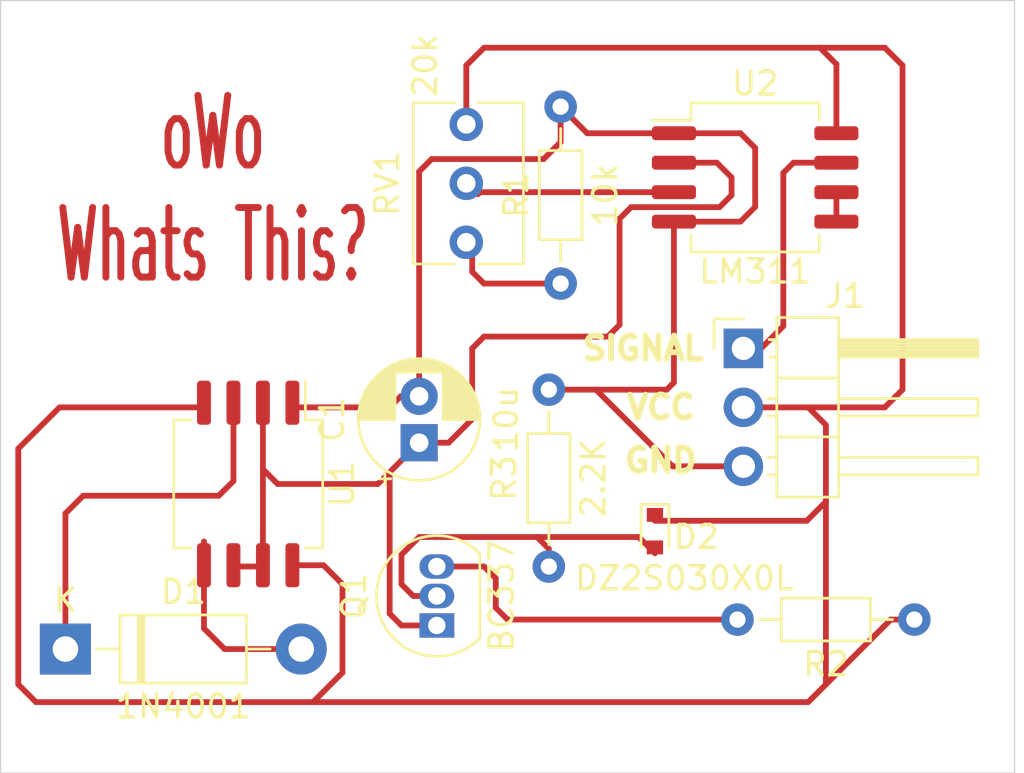
<source format=kicad_pcb>
(kicad_pcb (version 20171130) (host pcbnew "(5.1.6)-1")

  (general
    (thickness 1.6)
    (drawings 8)
    (tracks 110)
    (zones 0)
    (modules 11)
    (nets 12)
  )

  (page A4)
  (layers
    (0 F.Cu signal)
    (31 B.Cu signal)
    (32 B.Adhes user)
    (33 F.Adhes user)
    (34 B.Paste user)
    (35 F.Paste user)
    (36 B.SilkS user)
    (37 F.SilkS user)
    (38 B.Mask user)
    (39 F.Mask user)
    (40 Dwgs.User user)
    (41 Cmts.User user)
    (42 Eco1.User user)
    (43 Eco2.User user)
    (44 Edge.Cuts user)
    (45 Margin user)
    (46 B.CrtYd user)
    (47 F.CrtYd user)
    (48 B.Fab user)
    (49 F.Fab user)
  )

  (setup
    (last_trace_width 0.25)
    (trace_clearance 0.2)
    (zone_clearance 0.508)
    (zone_45_only no)
    (trace_min 0.2)
    (via_size 0.8)
    (via_drill 0.4)
    (via_min_size 0.4)
    (via_min_drill 0.3)
    (uvia_size 0.3)
    (uvia_drill 0.1)
    (uvias_allowed no)
    (uvia_min_size 0.2)
    (uvia_min_drill 0.1)
    (edge_width 0.05)
    (segment_width 0.2)
    (pcb_text_width 0.3)
    (pcb_text_size 1.5 1.5)
    (mod_edge_width 0.12)
    (mod_text_size 1 1)
    (mod_text_width 0.15)
    (pad_size 1.524 1.524)
    (pad_drill 0.762)
    (pad_to_mask_clearance 0.05)
    (aux_axis_origin 0 0)
    (visible_elements FFFFFF7F)
    (pcbplotparams
      (layerselection 0x010fc_ffffffff)
      (usegerberextensions false)
      (usegerberattributes true)
      (usegerberadvancedattributes true)
      (creategerberjobfile true)
      (excludeedgelayer true)
      (linewidth 0.100000)
      (plotframeref false)
      (viasonmask false)
      (mode 1)
      (useauxorigin false)
      (hpglpennumber 1)
      (hpglpenspeed 20)
      (hpglpendiameter 15.000000)
      (psnegative false)
      (psa4output false)
      (plotreference true)
      (plotvalue true)
      (plotinvisibletext false)
      (padsonsilk false)
      (subtractmaskfromsilk false)
      (outputformat 1)
      (mirror false)
      (drillshape 1)
      (scaleselection 1)
      (outputdirectory ""))
  )

  (net 0 "")
  (net 1 GND)
  (net 2 "Net-(C1-Pad1)")
  (net 3 "Net-(D1-Pad2)")
  (net 4 "Net-(D1-Pad1)")
  (net 5 VCC)
  (net 6 "Net-(D2-Pad2)")
  (net 7 "Net-(J1-Pad1)")
  (net 8 "Net-(Q1-Pad3)")
  (net 9 "Net-(R1-Pad1)")
  (net 10 "Net-(RV1-Pad2)")
  (net 11 "Net-(U2-Pad5)")

  (net_class Default "This is the default net class."
    (clearance 0.2)
    (trace_width 0.25)
    (via_dia 0.8)
    (via_drill 0.4)
    (uvia_dia 0.3)
    (uvia_drill 0.1)
    (add_net GND)
    (add_net "Net-(C1-Pad1)")
    (add_net "Net-(D1-Pad1)")
    (add_net "Net-(D1-Pad2)")
    (add_net "Net-(D2-Pad2)")
    (add_net "Net-(J1-Pad1)")
    (add_net "Net-(Q1-Pad3)")
    (add_net "Net-(R1-Pad1)")
    (add_net "Net-(RV1-Pad2)")
    (add_net "Net-(U2-Pad5)")
    (add_net VCC)
  )

  (module Package_SO:SO-8_5.3x6.2mm_P1.27mm (layer F.Cu) (tedit 5EA5315B) (tstamp 5F675F34)
    (at 155.702 79.502)
    (descr "SO, 8 Pin (https://www.ti.com/lit/ml/msop001a/msop001a.pdf), generated with kicad-footprint-generator ipc_gullwing_generator.py")
    (tags "SO SO")
    (path /5F6859BC)
    (attr smd)
    (fp_text reference U2 (at 0 -4.05) (layer F.SilkS)
      (effects (font (size 1 1) (thickness 0.15)))
    )
    (fp_text value LM311 (at 0 4.05) (layer F.SilkS)
      (effects (font (size 1 1) (thickness 0.15)))
    )
    (fp_text user %R (at 0 0) (layer F.Fab)
      (effects (font (size 1 1) (thickness 0.15)))
    )
    (fp_line (start 0 3.21) (end 2.76 3.21) (layer F.SilkS) (width 0.12))
    (fp_line (start 2.76 3.21) (end 2.76 2.465) (layer F.SilkS) (width 0.12))
    (fp_line (start 0 3.21) (end -2.76 3.21) (layer F.SilkS) (width 0.12))
    (fp_line (start -2.76 3.21) (end -2.76 2.465) (layer F.SilkS) (width 0.12))
    (fp_line (start 0 -3.21) (end 2.76 -3.21) (layer F.SilkS) (width 0.12))
    (fp_line (start 2.76 -3.21) (end 2.76 -2.465) (layer F.SilkS) (width 0.12))
    (fp_line (start 0 -3.21) (end -2.76 -3.21) (layer F.SilkS) (width 0.12))
    (fp_line (start -2.76 -3.21) (end -2.76 -2.465) (layer F.SilkS) (width 0.12))
    (fp_line (start -2.76 -2.465) (end -4.45 -2.465) (layer F.SilkS) (width 0.12))
    (fp_line (start -1.65 -3.1) (end 2.65 -3.1) (layer F.Fab) (width 0.1))
    (fp_line (start 2.65 -3.1) (end 2.65 3.1) (layer F.Fab) (width 0.1))
    (fp_line (start 2.65 3.1) (end -2.65 3.1) (layer F.Fab) (width 0.1))
    (fp_line (start -2.65 3.1) (end -2.65 -2.1) (layer F.Fab) (width 0.1))
    (fp_line (start -2.65 -2.1) (end -1.65 -3.1) (layer F.Fab) (width 0.1))
    (fp_line (start -4.7 -3.35) (end -4.7 3.35) (layer F.CrtYd) (width 0.05))
    (fp_line (start -4.7 3.35) (end 4.7 3.35) (layer F.CrtYd) (width 0.05))
    (fp_line (start 4.7 3.35) (end 4.7 -3.35) (layer F.CrtYd) (width 0.05))
    (fp_line (start 4.7 -3.35) (end -4.7 -3.35) (layer F.CrtYd) (width 0.05))
    (pad 8 smd roundrect (at 3.5 -1.905) (size 1.9 0.6) (layers F.Cu F.Paste F.Mask) (roundrect_rratio 0.25)
      (net 5 VCC))
    (pad 7 smd roundrect (at 3.5 -0.635) (size 1.9 0.6) (layers F.Cu F.Paste F.Mask) (roundrect_rratio 0.25)
      (net 7 "Net-(J1-Pad1)"))
    (pad 6 smd roundrect (at 3.5 0.635) (size 1.9 0.6) (layers F.Cu F.Paste F.Mask) (roundrect_rratio 0.25)
      (net 11 "Net-(U2-Pad5)"))
    (pad 5 smd roundrect (at 3.5 1.905) (size 1.9 0.6) (layers F.Cu F.Paste F.Mask) (roundrect_rratio 0.25)
      (net 11 "Net-(U2-Pad5)"))
    (pad 4 smd roundrect (at -3.5 1.905) (size 1.9 0.6) (layers F.Cu F.Paste F.Mask) (roundrect_rratio 0.25)
      (net 1 GND))
    (pad 3 smd roundrect (at -3.5 0.635) (size 1.9 0.6) (layers F.Cu F.Paste F.Mask) (roundrect_rratio 0.25)
      (net 10 "Net-(RV1-Pad2)"))
    (pad 2 smd roundrect (at -3.5 -0.635) (size 1.9 0.6) (layers F.Cu F.Paste F.Mask) (roundrect_rratio 0.25)
      (net 2 "Net-(C1-Pad1)"))
    (pad 1 smd roundrect (at -3.5 -1.905) (size 1.9 0.6) (layers F.Cu F.Paste F.Mask) (roundrect_rratio 0.25)
      (net 1 GND))
    (model ${KISYS3DMOD}/Package_SO.3dshapes/SO-8_5.3x6.2mm_P1.27mm.wrl
      (at (xyz 0 0 0))
      (scale (xyz 1 1 1))
      (rotate (xyz 0 0 0))
    )
  )

  (module Package_SO:SO-8_5.3x6.2mm_P1.27mm (layer F.Cu) (tedit 5EA5315B) (tstamp 5F675F15)
    (at 133.858 92.71 270)
    (descr "SO, 8 Pin (https://www.ti.com/lit/ml/msop001a/msop001a.pdf), generated with kicad-footprint-generator ipc_gullwing_generator.py")
    (tags "SO SO")
    (path /5F672FF2)
    (attr smd)
    (fp_text reference U1 (at 0 -4.05 90) (layer F.SilkS)
      (effects (font (size 1 1) (thickness 0.15)))
    )
    (fp_text value LM555xM (at 0 4.05 90) (layer F.Fab)
      (effects (font (size 1 1) (thickness 0.15)))
    )
    (fp_text user %R (at 0 0 90) (layer F.Fab)
      (effects (font (size 1 1) (thickness 0.15)))
    )
    (fp_line (start 0 3.21) (end 2.76 3.21) (layer F.SilkS) (width 0.12))
    (fp_line (start 2.76 3.21) (end 2.76 2.465) (layer F.SilkS) (width 0.12))
    (fp_line (start 0 3.21) (end -2.76 3.21) (layer F.SilkS) (width 0.12))
    (fp_line (start -2.76 3.21) (end -2.76 2.465) (layer F.SilkS) (width 0.12))
    (fp_line (start 0 -3.21) (end 2.76 -3.21) (layer F.SilkS) (width 0.12))
    (fp_line (start 2.76 -3.21) (end 2.76 -2.465) (layer F.SilkS) (width 0.12))
    (fp_line (start 0 -3.21) (end -2.76 -3.21) (layer F.SilkS) (width 0.12))
    (fp_line (start -2.76 -3.21) (end -2.76 -2.465) (layer F.SilkS) (width 0.12))
    (fp_line (start -2.76 -2.465) (end -4.45 -2.465) (layer F.SilkS) (width 0.12))
    (fp_line (start -1.65 -3.1) (end 2.65 -3.1) (layer F.Fab) (width 0.1))
    (fp_line (start 2.65 -3.1) (end 2.65 3.1) (layer F.Fab) (width 0.1))
    (fp_line (start 2.65 3.1) (end -2.65 3.1) (layer F.Fab) (width 0.1))
    (fp_line (start -2.65 3.1) (end -2.65 -2.1) (layer F.Fab) (width 0.1))
    (fp_line (start -2.65 -2.1) (end -1.65 -3.1) (layer F.Fab) (width 0.1))
    (fp_line (start -4.7 -3.35) (end -4.7 3.35) (layer F.CrtYd) (width 0.05))
    (fp_line (start -4.7 3.35) (end 4.7 3.35) (layer F.CrtYd) (width 0.05))
    (fp_line (start 4.7 3.35) (end 4.7 -3.35) (layer F.CrtYd) (width 0.05))
    (fp_line (start 4.7 -3.35) (end -4.7 -3.35) (layer F.CrtYd) (width 0.05))
    (pad 8 smd roundrect (at 3.5 -1.905 270) (size 1.9 0.6) (layers F.Cu F.Paste F.Mask) (roundrect_rratio 0.25)
      (net 5 VCC))
    (pad 7 smd roundrect (at 3.5 -0.635 270) (size 1.9 0.6) (layers F.Cu F.Paste F.Mask) (roundrect_rratio 0.25)
      (net 2 "Net-(C1-Pad1)"))
    (pad 6 smd roundrect (at 3.5 0.635 270) (size 1.9 0.6) (layers F.Cu F.Paste F.Mask) (roundrect_rratio 0.25)
      (net 2 "Net-(C1-Pad1)"))
    (pad 5 smd roundrect (at 3.5 1.905 270) (size 1.9 0.6) (layers F.Cu F.Paste F.Mask) (roundrect_rratio 0.25)
      (net 3 "Net-(D1-Pad2)"))
    (pad 4 smd roundrect (at -3.5 1.905 270) (size 1.9 0.6) (layers F.Cu F.Paste F.Mask) (roundrect_rratio 0.25)
      (net 5 VCC))
    (pad 3 smd roundrect (at -3.5 0.635 270) (size 1.9 0.6) (layers F.Cu F.Paste F.Mask) (roundrect_rratio 0.25)
      (net 4 "Net-(D1-Pad1)"))
    (pad 2 smd roundrect (at -3.5 -0.635 270) (size 1.9 0.6) (layers F.Cu F.Paste F.Mask) (roundrect_rratio 0.25)
      (net 2 "Net-(C1-Pad1)"))
    (pad 1 smd roundrect (at -3.5 -1.905 270) (size 1.9 0.6) (layers F.Cu F.Paste F.Mask) (roundrect_rratio 0.25)
      (net 1 GND))
    (model ${KISYS3DMOD}/Package_SO.3dshapes/SO-8_5.3x6.2mm_P1.27mm.wrl
      (at (xyz 0 0 0))
      (scale (xyz 1 1 1))
      (rotate (xyz 0 0 0))
    )
  )

  (module Potentiometer_THT:Potentiometer_Bourns_3266Y_Vertical (layer F.Cu) (tedit 5A3D4994) (tstamp 5F675EFB)
    (at 143.256 77.216 90)
    (descr "Potentiometer, vertical, Bourns 3266Y, https://www.bourns.com/docs/Product-Datasheets/3266.pdf")
    (tags "Potentiometer vertical Bourns 3266Y")
    (path /5F6886CD)
    (fp_text reference RV1 (at -2.54 -3.41 90) (layer F.SilkS)
      (effects (font (size 1 1) (thickness 0.15)))
    )
    (fp_text value 20k (at 2.54 -1.778 90) (layer F.SilkS)
      (effects (font (size 1 1) (thickness 0.15)))
    )
    (fp_text user %R (at -3.15 0.09 90) (layer F.Fab)
      (effects (font (size 0.92 0.92) (thickness 0.15)))
    )
    (fp_circle (center -0.405 1.07) (end 0.485 1.07) (layer F.Fab) (width 0.1))
    (fp_line (start -5.895 -2.16) (end -5.895 2.34) (layer F.Fab) (width 0.1))
    (fp_line (start -5.895 2.34) (end 0.815 2.34) (layer F.Fab) (width 0.1))
    (fp_line (start 0.815 2.34) (end 0.815 -2.16) (layer F.Fab) (width 0.1))
    (fp_line (start 0.815 -2.16) (end -5.895 -2.16) (layer F.Fab) (width 0.1))
    (fp_line (start -0.405 1.952) (end -0.404 0.189) (layer F.Fab) (width 0.1))
    (fp_line (start -0.405 1.952) (end -0.404 0.189) (layer F.Fab) (width 0.1))
    (fp_line (start -6.015 -2.28) (end 0.935 -2.28) (layer F.SilkS) (width 0.12))
    (fp_line (start -6.015 2.46) (end 0.935 2.46) (layer F.SilkS) (width 0.12))
    (fp_line (start -6.015 -2.28) (end -6.015 -0.494) (layer F.SilkS) (width 0.12))
    (fp_line (start -6.015 0.496) (end -6.015 2.46) (layer F.SilkS) (width 0.12))
    (fp_line (start 0.935 -2.28) (end 0.935 -0.494) (layer F.SilkS) (width 0.12))
    (fp_line (start 0.935 0.496) (end 0.935 2.46) (layer F.SilkS) (width 0.12))
    (fp_line (start -6.15 -2.45) (end -6.15 2.6) (layer F.CrtYd) (width 0.05))
    (fp_line (start -6.15 2.6) (end 1.1 2.6) (layer F.CrtYd) (width 0.05))
    (fp_line (start 1.1 2.6) (end 1.1 -2.45) (layer F.CrtYd) (width 0.05))
    (fp_line (start 1.1 -2.45) (end -6.15 -2.45) (layer F.CrtYd) (width 0.05))
    (pad 3 thru_hole circle (at -5.08 0 90) (size 1.44 1.44) (drill 0.8) (layers *.Cu *.Mask)
      (net 9 "Net-(R1-Pad1)"))
    (pad 2 thru_hole circle (at -2.54 0 90) (size 1.44 1.44) (drill 0.8) (layers *.Cu *.Mask)
      (net 10 "Net-(RV1-Pad2)"))
    (pad 1 thru_hole circle (at 0 0 90) (size 1.44 1.44) (drill 0.8) (layers *.Cu *.Mask)
      (net 5 VCC))
    (model ${KISYS3DMOD}/Potentiometer_THT.3dshapes/Potentiometer_Bourns_3266Y_Vertical.wrl
      (at (xyz 0 0 0))
      (scale (xyz 1 1 1))
      (rotate (xyz 0 0 0))
    )
  )

  (module Connector_PinHeader_2.54mm:PinHeader_1x03_P2.54mm_Horizontal (layer F.Cu) (tedit 59FED5CB) (tstamp 5F675E88)
    (at 155.194 86.868)
    (descr "Through hole angled pin header, 1x03, 2.54mm pitch, 6mm pin length, single row")
    (tags "Through hole angled pin header THT 1x03 2.54mm single row")
    (path /5F68FE23)
    (fp_text reference J1 (at 4.385 -2.27) (layer F.SilkS)
      (effects (font (size 1 1) (thickness 0.15)))
    )
    (fp_text value Conn_01x03_Female (at 4.385 7.35) (layer F.Fab)
      (effects (font (size 1 1) (thickness 0.15)))
    )
    (fp_text user %R (at 2.77 2.54 90) (layer F.Fab)
      (effects (font (size 1 1) (thickness 0.15)))
    )
    (fp_line (start 2.135 -1.27) (end 4.04 -1.27) (layer F.Fab) (width 0.1))
    (fp_line (start 4.04 -1.27) (end 4.04 6.35) (layer F.Fab) (width 0.1))
    (fp_line (start 4.04 6.35) (end 1.5 6.35) (layer F.Fab) (width 0.1))
    (fp_line (start 1.5 6.35) (end 1.5 -0.635) (layer F.Fab) (width 0.1))
    (fp_line (start 1.5 -0.635) (end 2.135 -1.27) (layer F.Fab) (width 0.1))
    (fp_line (start -0.32 -0.32) (end 1.5 -0.32) (layer F.Fab) (width 0.1))
    (fp_line (start -0.32 -0.32) (end -0.32 0.32) (layer F.Fab) (width 0.1))
    (fp_line (start -0.32 0.32) (end 1.5 0.32) (layer F.Fab) (width 0.1))
    (fp_line (start 4.04 -0.32) (end 10.04 -0.32) (layer F.Fab) (width 0.1))
    (fp_line (start 10.04 -0.32) (end 10.04 0.32) (layer F.Fab) (width 0.1))
    (fp_line (start 4.04 0.32) (end 10.04 0.32) (layer F.Fab) (width 0.1))
    (fp_line (start -0.32 2.22) (end 1.5 2.22) (layer F.Fab) (width 0.1))
    (fp_line (start -0.32 2.22) (end -0.32 2.86) (layer F.Fab) (width 0.1))
    (fp_line (start -0.32 2.86) (end 1.5 2.86) (layer F.Fab) (width 0.1))
    (fp_line (start 4.04 2.22) (end 10.04 2.22) (layer F.Fab) (width 0.1))
    (fp_line (start 10.04 2.22) (end 10.04 2.86) (layer F.Fab) (width 0.1))
    (fp_line (start 4.04 2.86) (end 10.04 2.86) (layer F.Fab) (width 0.1))
    (fp_line (start -0.32 4.76) (end 1.5 4.76) (layer F.Fab) (width 0.1))
    (fp_line (start -0.32 4.76) (end -0.32 5.4) (layer F.Fab) (width 0.1))
    (fp_line (start -0.32 5.4) (end 1.5 5.4) (layer F.Fab) (width 0.1))
    (fp_line (start 4.04 4.76) (end 10.04 4.76) (layer F.Fab) (width 0.1))
    (fp_line (start 10.04 4.76) (end 10.04 5.4) (layer F.Fab) (width 0.1))
    (fp_line (start 4.04 5.4) (end 10.04 5.4) (layer F.Fab) (width 0.1))
    (fp_line (start 1.44 -1.33) (end 1.44 6.41) (layer F.SilkS) (width 0.12))
    (fp_line (start 1.44 6.41) (end 4.1 6.41) (layer F.SilkS) (width 0.12))
    (fp_line (start 4.1 6.41) (end 4.1 -1.33) (layer F.SilkS) (width 0.12))
    (fp_line (start 4.1 -1.33) (end 1.44 -1.33) (layer F.SilkS) (width 0.12))
    (fp_line (start 4.1 -0.38) (end 10.1 -0.38) (layer F.SilkS) (width 0.12))
    (fp_line (start 10.1 -0.38) (end 10.1 0.38) (layer F.SilkS) (width 0.12))
    (fp_line (start 10.1 0.38) (end 4.1 0.38) (layer F.SilkS) (width 0.12))
    (fp_line (start 4.1 -0.32) (end 10.1 -0.32) (layer F.SilkS) (width 0.12))
    (fp_line (start 4.1 -0.2) (end 10.1 -0.2) (layer F.SilkS) (width 0.12))
    (fp_line (start 4.1 -0.08) (end 10.1 -0.08) (layer F.SilkS) (width 0.12))
    (fp_line (start 4.1 0.04) (end 10.1 0.04) (layer F.SilkS) (width 0.12))
    (fp_line (start 4.1 0.16) (end 10.1 0.16) (layer F.SilkS) (width 0.12))
    (fp_line (start 4.1 0.28) (end 10.1 0.28) (layer F.SilkS) (width 0.12))
    (fp_line (start 1.11 -0.38) (end 1.44 -0.38) (layer F.SilkS) (width 0.12))
    (fp_line (start 1.11 0.38) (end 1.44 0.38) (layer F.SilkS) (width 0.12))
    (fp_line (start 1.44 1.27) (end 4.1 1.27) (layer F.SilkS) (width 0.12))
    (fp_line (start 4.1 2.16) (end 10.1 2.16) (layer F.SilkS) (width 0.12))
    (fp_line (start 10.1 2.16) (end 10.1 2.92) (layer F.SilkS) (width 0.12))
    (fp_line (start 10.1 2.92) (end 4.1 2.92) (layer F.SilkS) (width 0.12))
    (fp_line (start 1.042929 2.16) (end 1.44 2.16) (layer F.SilkS) (width 0.12))
    (fp_line (start 1.042929 2.92) (end 1.44 2.92) (layer F.SilkS) (width 0.12))
    (fp_line (start 1.44 3.81) (end 4.1 3.81) (layer F.SilkS) (width 0.12))
    (fp_line (start 4.1 4.7) (end 10.1 4.7) (layer F.SilkS) (width 0.12))
    (fp_line (start 10.1 4.7) (end 10.1 5.46) (layer F.SilkS) (width 0.12))
    (fp_line (start 10.1 5.46) (end 4.1 5.46) (layer F.SilkS) (width 0.12))
    (fp_line (start 1.042929 4.7) (end 1.44 4.7) (layer F.SilkS) (width 0.12))
    (fp_line (start 1.042929 5.46) (end 1.44 5.46) (layer F.SilkS) (width 0.12))
    (fp_line (start -1.27 0) (end -1.27 -1.27) (layer F.SilkS) (width 0.12))
    (fp_line (start -1.27 -1.27) (end 0 -1.27) (layer F.SilkS) (width 0.12))
    (fp_line (start -1.8 -1.8) (end -1.8 6.85) (layer F.CrtYd) (width 0.05))
    (fp_line (start -1.8 6.85) (end 10.55 6.85) (layer F.CrtYd) (width 0.05))
    (fp_line (start 10.55 6.85) (end 10.55 -1.8) (layer F.CrtYd) (width 0.05))
    (fp_line (start 10.55 -1.8) (end -1.8 -1.8) (layer F.CrtYd) (width 0.05))
    (pad 3 thru_hole oval (at 0 5.08) (size 1.7 1.7) (drill 1) (layers *.Cu *.Mask)
      (net 1 GND))
    (pad 2 thru_hole oval (at 0 2.54) (size 1.7 1.7) (drill 1) (layers *.Cu *.Mask)
      (net 5 VCC))
    (pad 1 thru_hole rect (at 0 0) (size 1.7 1.7) (drill 1) (layers *.Cu *.Mask)
      (net 7 "Net-(J1-Pad1)"))
    (model ${KISYS3DMOD}/Connector_PinHeader_2.54mm.3dshapes/PinHeader_1x03_P2.54mm_Horizontal.wrl
      (at (xyz 0 0 0))
      (scale (xyz 1 1 1))
      (rotate (xyz 0 0 0))
    )
  )

  (module Resistor_THT:R_Axial_DIN0204_L3.6mm_D1.6mm_P7.62mm_Horizontal (layer F.Cu) (tedit 5AE5139B) (tstamp 5F675EDF)
    (at 146.812 96.266 90)
    (descr "Resistor, Axial_DIN0204 series, Axial, Horizontal, pin pitch=7.62mm, 0.167W, length*diameter=3.6*1.6mm^2, http://cdn-reichelt.de/documents/datenblatt/B400/1_4W%23YAG.pdf")
    (tags "Resistor Axial_DIN0204 series Axial Horizontal pin pitch 7.62mm 0.167W length 3.6mm diameter 1.6mm")
    (path /5F683751)
    (fp_text reference R3 (at 3.81 -1.92 90) (layer F.SilkS)
      (effects (font (size 1 1) (thickness 0.15)))
    )
    (fp_text value 2.2K (at 3.81 1.92 90) (layer F.SilkS)
      (effects (font (size 1 1) (thickness 0.15)))
    )
    (fp_text user %R (at 3.81 0 90) (layer F.Fab)
      (effects (font (size 0.72 0.72) (thickness 0.108)))
    )
    (fp_line (start 2.01 -0.8) (end 2.01 0.8) (layer F.Fab) (width 0.1))
    (fp_line (start 2.01 0.8) (end 5.61 0.8) (layer F.Fab) (width 0.1))
    (fp_line (start 5.61 0.8) (end 5.61 -0.8) (layer F.Fab) (width 0.1))
    (fp_line (start 5.61 -0.8) (end 2.01 -0.8) (layer F.Fab) (width 0.1))
    (fp_line (start 0 0) (end 2.01 0) (layer F.Fab) (width 0.1))
    (fp_line (start 7.62 0) (end 5.61 0) (layer F.Fab) (width 0.1))
    (fp_line (start 1.89 -0.92) (end 1.89 0.92) (layer F.SilkS) (width 0.12))
    (fp_line (start 1.89 0.92) (end 5.73 0.92) (layer F.SilkS) (width 0.12))
    (fp_line (start 5.73 0.92) (end 5.73 -0.92) (layer F.SilkS) (width 0.12))
    (fp_line (start 5.73 -0.92) (end 1.89 -0.92) (layer F.SilkS) (width 0.12))
    (fp_line (start 0.94 0) (end 1.89 0) (layer F.SilkS) (width 0.12))
    (fp_line (start 6.68 0) (end 5.73 0) (layer F.SilkS) (width 0.12))
    (fp_line (start -0.95 -1.05) (end -0.95 1.05) (layer F.CrtYd) (width 0.05))
    (fp_line (start -0.95 1.05) (end 8.57 1.05) (layer F.CrtYd) (width 0.05))
    (fp_line (start 8.57 1.05) (end 8.57 -1.05) (layer F.CrtYd) (width 0.05))
    (fp_line (start 8.57 -1.05) (end -0.95 -1.05) (layer F.CrtYd) (width 0.05))
    (pad 2 thru_hole oval (at 7.62 0 90) (size 1.4 1.4) (drill 0.7) (layers *.Cu *.Mask)
      (net 1 GND))
    (pad 1 thru_hole circle (at 0 0 90) (size 1.4 1.4) (drill 0.7) (layers *.Cu *.Mask)
      (net 6 "Net-(D2-Pad2)"))
    (model ${KISYS3DMOD}/Resistor_THT.3dshapes/R_Axial_DIN0204_L3.6mm_D1.6mm_P7.62mm_Horizontal.wrl
      (at (xyz 0 0 0))
      (scale (xyz 1 1 1))
      (rotate (xyz 0 0 0))
    )
  )

  (module Resistor_THT:R_Axial_DIN0204_L3.6mm_D1.6mm_P7.62mm_Horizontal (layer F.Cu) (tedit 5AE5139B) (tstamp 5F675EC8)
    (at 162.56 98.552 180)
    (descr "Resistor, Axial_DIN0204 series, Axial, Horizontal, pin pitch=7.62mm, 0.167W, length*diameter=3.6*1.6mm^2, http://cdn-reichelt.de/documents/datenblatt/B400/1_4W%23YAG.pdf")
    (tags "Resistor Axial_DIN0204 series Axial Horizontal pin pitch 7.62mm 0.167W length 3.6mm diameter 1.6mm")
    (path /5F6805FA)
    (fp_text reference R2 (at 3.81 -1.92) (layer F.SilkS)
      (effects (font (size 1 1) (thickness 0.15)))
    )
    (fp_text value 10 (at 3.81 1.92) (layer F.Fab)
      (effects (font (size 1 1) (thickness 0.15)))
    )
    (fp_text user %R (at 3.81 0) (layer F.Fab)
      (effects (font (size 0.72 0.72) (thickness 0.108)))
    )
    (fp_line (start 2.01 -0.8) (end 2.01 0.8) (layer F.Fab) (width 0.1))
    (fp_line (start 2.01 0.8) (end 5.61 0.8) (layer F.Fab) (width 0.1))
    (fp_line (start 5.61 0.8) (end 5.61 -0.8) (layer F.Fab) (width 0.1))
    (fp_line (start 5.61 -0.8) (end 2.01 -0.8) (layer F.Fab) (width 0.1))
    (fp_line (start 0 0) (end 2.01 0) (layer F.Fab) (width 0.1))
    (fp_line (start 7.62 0) (end 5.61 0) (layer F.Fab) (width 0.1))
    (fp_line (start 1.89 -0.92) (end 1.89 0.92) (layer F.SilkS) (width 0.12))
    (fp_line (start 1.89 0.92) (end 5.73 0.92) (layer F.SilkS) (width 0.12))
    (fp_line (start 5.73 0.92) (end 5.73 -0.92) (layer F.SilkS) (width 0.12))
    (fp_line (start 5.73 -0.92) (end 1.89 -0.92) (layer F.SilkS) (width 0.12))
    (fp_line (start 0.94 0) (end 1.89 0) (layer F.SilkS) (width 0.12))
    (fp_line (start 6.68 0) (end 5.73 0) (layer F.SilkS) (width 0.12))
    (fp_line (start -0.95 -1.05) (end -0.95 1.05) (layer F.CrtYd) (width 0.05))
    (fp_line (start -0.95 1.05) (end 8.57 1.05) (layer F.CrtYd) (width 0.05))
    (fp_line (start 8.57 1.05) (end 8.57 -1.05) (layer F.CrtYd) (width 0.05))
    (fp_line (start 8.57 -1.05) (end -0.95 -1.05) (layer F.CrtYd) (width 0.05))
    (pad 2 thru_hole oval (at 7.62 0 180) (size 1.4 1.4) (drill 0.7) (layers *.Cu *.Mask)
      (net 8 "Net-(Q1-Pad3)"))
    (pad 1 thru_hole circle (at 0 0 180) (size 1.4 1.4) (drill 0.7) (layers *.Cu *.Mask)
      (net 5 VCC))
    (model ${KISYS3DMOD}/Resistor_THT.3dshapes/R_Axial_DIN0204_L3.6mm_D1.6mm_P7.62mm_Horizontal.wrl
      (at (xyz 0 0 0))
      (scale (xyz 1 1 1))
      (rotate (xyz 0 0 0))
    )
  )

  (module Resistor_THT:R_Axial_DIN0204_L3.6mm_D1.6mm_P7.62mm_Horizontal (layer F.Cu) (tedit 5AE5139B) (tstamp 5F675EB1)
    (at 147.32 84.074 90)
    (descr "Resistor, Axial_DIN0204 series, Axial, Horizontal, pin pitch=7.62mm, 0.167W, length*diameter=3.6*1.6mm^2, http://cdn-reichelt.de/documents/datenblatt/B400/1_4W%23YAG.pdf")
    (tags "Resistor Axial_DIN0204 series Axial Horizontal pin pitch 7.62mm 0.167W length 3.6mm diameter 1.6mm")
    (path /5F68A0AE)
    (fp_text reference R1 (at 3.81 -1.92 90) (layer F.SilkS)
      (effects (font (size 1 1) (thickness 0.15)))
    )
    (fp_text value 10k (at 3.81 1.92 90) (layer F.SilkS)
      (effects (font (size 1 1) (thickness 0.15)))
    )
    (fp_text user %R (at 3.81 0 90) (layer F.Fab)
      (effects (font (size 0.72 0.72) (thickness 0.108)))
    )
    (fp_line (start 2.01 -0.8) (end 2.01 0.8) (layer F.Fab) (width 0.1))
    (fp_line (start 2.01 0.8) (end 5.61 0.8) (layer F.Fab) (width 0.1))
    (fp_line (start 5.61 0.8) (end 5.61 -0.8) (layer F.Fab) (width 0.1))
    (fp_line (start 5.61 -0.8) (end 2.01 -0.8) (layer F.Fab) (width 0.1))
    (fp_line (start 0 0) (end 2.01 0) (layer F.Fab) (width 0.1))
    (fp_line (start 7.62 0) (end 5.61 0) (layer F.Fab) (width 0.1))
    (fp_line (start 1.89 -0.92) (end 1.89 0.92) (layer F.SilkS) (width 0.12))
    (fp_line (start 1.89 0.92) (end 5.73 0.92) (layer F.SilkS) (width 0.12))
    (fp_line (start 5.73 0.92) (end 5.73 -0.92) (layer F.SilkS) (width 0.12))
    (fp_line (start 5.73 -0.92) (end 1.89 -0.92) (layer F.SilkS) (width 0.12))
    (fp_line (start 0.94 0) (end 1.89 0) (layer F.SilkS) (width 0.12))
    (fp_line (start 6.68 0) (end 5.73 0) (layer F.SilkS) (width 0.12))
    (fp_line (start -0.95 -1.05) (end -0.95 1.05) (layer F.CrtYd) (width 0.05))
    (fp_line (start -0.95 1.05) (end 8.57 1.05) (layer F.CrtYd) (width 0.05))
    (fp_line (start 8.57 1.05) (end 8.57 -1.05) (layer F.CrtYd) (width 0.05))
    (fp_line (start 8.57 -1.05) (end -0.95 -1.05) (layer F.CrtYd) (width 0.05))
    (pad 2 thru_hole oval (at 7.62 0 90) (size 1.4 1.4) (drill 0.7) (layers *.Cu *.Mask)
      (net 1 GND))
    (pad 1 thru_hole circle (at 0 0 90) (size 1.4 1.4) (drill 0.7) (layers *.Cu *.Mask)
      (net 9 "Net-(R1-Pad1)"))
    (model ${KISYS3DMOD}/Resistor_THT.3dshapes/R_Axial_DIN0204_L3.6mm_D1.6mm_P7.62mm_Horizontal.wrl
      (at (xyz 0 0 0))
      (scale (xyz 1 1 1))
      (rotate (xyz 0 0 0))
    )
  )

  (module Package_TO_SOT_THT:TO-92_Inline (layer F.Cu) (tedit 5A1DD157) (tstamp 5F675E9A)
    (at 141.986 98.806 90)
    (descr "TO-92 leads in-line, narrow, oval pads, drill 0.75mm (see NXP sot054_po.pdf)")
    (tags "to-92 sc-43 sc-43a sot54 PA33 transistor")
    (path /5F67E2CD)
    (fp_text reference Q1 (at 1.27 -3.56 90) (layer F.SilkS)
      (effects (font (size 1 1) (thickness 0.15)))
    )
    (fp_text value BC337 (at 1.27 2.79 90) (layer F.SilkS)
      (effects (font (size 1 1) (thickness 0.15)))
    )
    (fp_arc (start 1.27 0) (end 1.27 -2.6) (angle 135) (layer F.SilkS) (width 0.12))
    (fp_arc (start 1.27 0) (end 1.27 -2.48) (angle -135) (layer F.Fab) (width 0.1))
    (fp_arc (start 1.27 0) (end 1.27 -2.6) (angle -135) (layer F.SilkS) (width 0.12))
    (fp_arc (start 1.27 0) (end 1.27 -2.48) (angle 135) (layer F.Fab) (width 0.1))
    (fp_text user %R (at 1.27 -3.56 90) (layer F.Fab)
      (effects (font (size 1 1) (thickness 0.15)))
    )
    (fp_line (start -0.53 1.85) (end 3.07 1.85) (layer F.SilkS) (width 0.12))
    (fp_line (start -0.5 1.75) (end 3 1.75) (layer F.Fab) (width 0.1))
    (fp_line (start -1.46 -2.73) (end 4 -2.73) (layer F.CrtYd) (width 0.05))
    (fp_line (start -1.46 -2.73) (end -1.46 2.01) (layer F.CrtYd) (width 0.05))
    (fp_line (start 4 2.01) (end 4 -2.73) (layer F.CrtYd) (width 0.05))
    (fp_line (start 4 2.01) (end -1.46 2.01) (layer F.CrtYd) (width 0.05))
    (pad 1 thru_hole rect (at 0 0 90) (size 1.05 1.5) (drill 0.75) (layers *.Cu *.Mask)
      (net 2 "Net-(C1-Pad1)"))
    (pad 3 thru_hole oval (at 2.54 0 90) (size 1.05 1.5) (drill 0.75) (layers *.Cu *.Mask)
      (net 8 "Net-(Q1-Pad3)"))
    (pad 2 thru_hole oval (at 1.27 0 90) (size 1.05 1.5) (drill 0.75) (layers *.Cu *.Mask)
      (net 6 "Net-(D2-Pad2)"))
    (model ${KISYS3DMOD}/Package_TO_SOT_THT.3dshapes/TO-92_Inline.wrl
      (at (xyz 0 0 0))
      (scale (xyz 1 1 1))
      (rotate (xyz 0 0 0))
    )
  )

  (module Diode_SMD:D_SOD-523 (layer F.Cu) (tedit 586419F0) (tstamp 5F675E21)
    (at 151.384 94.742 270)
    (descr "http://www.diodes.com/datasheets/ap02001.pdf p.144")
    (tags "Diode SOD523")
    (path /5F6818E0)
    (attr smd)
    (fp_text reference D2 (at 0.254 -1.778 180) (layer F.SilkS)
      (effects (font (size 1 1) (thickness 0.15)))
    )
    (fp_text value DZ2S030X0L (at 2.032 -1.27 180) (layer F.SilkS)
      (effects (font (size 1 1) (thickness 0.15)))
    )
    (fp_text user %R (at 0 -1.3 90) (layer F.Fab)
      (effects (font (size 1 1) (thickness 0.15)))
    )
    (fp_line (start -1.15 -0.6) (end -1.15 0.6) (layer F.SilkS) (width 0.12))
    (fp_line (start 1.25 -0.7) (end 1.25 0.7) (layer F.CrtYd) (width 0.05))
    (fp_line (start -1.25 -0.7) (end 1.25 -0.7) (layer F.CrtYd) (width 0.05))
    (fp_line (start -1.25 0.7) (end -1.25 -0.7) (layer F.CrtYd) (width 0.05))
    (fp_line (start 1.25 0.7) (end -1.25 0.7) (layer F.CrtYd) (width 0.05))
    (fp_line (start 0.1 0) (end 0.25 0) (layer F.Fab) (width 0.1))
    (fp_line (start 0.1 -0.2) (end -0.2 0) (layer F.Fab) (width 0.1))
    (fp_line (start 0.1 0.2) (end 0.1 -0.2) (layer F.Fab) (width 0.1))
    (fp_line (start -0.2 0) (end 0.1 0.2) (layer F.Fab) (width 0.1))
    (fp_line (start -0.2 0) (end -0.35 0) (layer F.Fab) (width 0.1))
    (fp_line (start -0.2 0.2) (end -0.2 -0.2) (layer F.Fab) (width 0.1))
    (fp_line (start 0.65 -0.45) (end 0.65 0.45) (layer F.Fab) (width 0.1))
    (fp_line (start -0.65 -0.45) (end 0.65 -0.45) (layer F.Fab) (width 0.1))
    (fp_line (start -0.65 0.45) (end -0.65 -0.45) (layer F.Fab) (width 0.1))
    (fp_line (start 0.65 0.45) (end -0.65 0.45) (layer F.Fab) (width 0.1))
    (fp_line (start 0.7 -0.6) (end -1.15 -0.6) (layer F.SilkS) (width 0.12))
    (fp_line (start 0.7 0.6) (end -1.15 0.6) (layer F.SilkS) (width 0.12))
    (pad 1 smd rect (at -0.7 0 90) (size 0.6 0.7) (layers F.Cu F.Paste F.Mask)
      (net 5 VCC))
    (pad 2 smd rect (at 0.7 0 90) (size 0.6 0.7) (layers F.Cu F.Paste F.Mask)
      (net 6 "Net-(D2-Pad2)"))
    (model ${KISYS3DMOD}/Diode_SMD.3dshapes/D_SOD-523.wrl
      (at (xyz 0 0 0))
      (scale (xyz 1 1 1))
      (rotate (xyz 0 0 0))
    )
  )

  (module Diode_THT:D_DO-41_SOD81_P10.16mm_Horizontal (layer F.Cu) (tedit 5AE50CD5) (tstamp 5F675E09)
    (at 125.984 99.822)
    (descr "Diode, DO-41_SOD81 series, Axial, Horizontal, pin pitch=10.16mm, , length*diameter=5.2*2.7mm^2, , http://www.diodes.com/_files/packages/DO-41%20(Plastic).pdf")
    (tags "Diode DO-41_SOD81 series Axial Horizontal pin pitch 10.16mm  length 5.2mm diameter 2.7mm")
    (path /5F67A932)
    (fp_text reference D1 (at 5.08 -2.47) (layer F.SilkS)
      (effects (font (size 1 1) (thickness 0.15)))
    )
    (fp_text value 1N4001 (at 5.08 2.47) (layer F.SilkS)
      (effects (font (size 1 1) (thickness 0.15)))
    )
    (fp_text user K (at 0 -2.1) (layer F.SilkS)
      (effects (font (size 1 1) (thickness 0.15)))
    )
    (fp_text user K (at 0 -2.1) (layer F.Fab)
      (effects (font (size 1 1) (thickness 0.15)))
    )
    (fp_text user %R (at 5.47 0) (layer F.Fab)
      (effects (font (size 1 1) (thickness 0.15)))
    )
    (fp_line (start 2.48 -1.35) (end 2.48 1.35) (layer F.Fab) (width 0.1))
    (fp_line (start 2.48 1.35) (end 7.68 1.35) (layer F.Fab) (width 0.1))
    (fp_line (start 7.68 1.35) (end 7.68 -1.35) (layer F.Fab) (width 0.1))
    (fp_line (start 7.68 -1.35) (end 2.48 -1.35) (layer F.Fab) (width 0.1))
    (fp_line (start 0 0) (end 2.48 0) (layer F.Fab) (width 0.1))
    (fp_line (start 10.16 0) (end 7.68 0) (layer F.Fab) (width 0.1))
    (fp_line (start 3.26 -1.35) (end 3.26 1.35) (layer F.Fab) (width 0.1))
    (fp_line (start 3.36 -1.35) (end 3.36 1.35) (layer F.Fab) (width 0.1))
    (fp_line (start 3.16 -1.35) (end 3.16 1.35) (layer F.Fab) (width 0.1))
    (fp_line (start 2.36 -1.47) (end 2.36 1.47) (layer F.SilkS) (width 0.12))
    (fp_line (start 2.36 1.47) (end 7.8 1.47) (layer F.SilkS) (width 0.12))
    (fp_line (start 7.8 1.47) (end 7.8 -1.47) (layer F.SilkS) (width 0.12))
    (fp_line (start 7.8 -1.47) (end 2.36 -1.47) (layer F.SilkS) (width 0.12))
    (fp_line (start 1.34 0) (end 2.36 0) (layer F.SilkS) (width 0.12))
    (fp_line (start 8.82 0) (end 7.8 0) (layer F.SilkS) (width 0.12))
    (fp_line (start 3.26 -1.47) (end 3.26 1.47) (layer F.SilkS) (width 0.12))
    (fp_line (start 3.38 -1.47) (end 3.38 1.47) (layer F.SilkS) (width 0.12))
    (fp_line (start 3.14 -1.47) (end 3.14 1.47) (layer F.SilkS) (width 0.12))
    (fp_line (start -1.35 -1.6) (end -1.35 1.6) (layer F.CrtYd) (width 0.05))
    (fp_line (start -1.35 1.6) (end 11.51 1.6) (layer F.CrtYd) (width 0.05))
    (fp_line (start 11.51 1.6) (end 11.51 -1.6) (layer F.CrtYd) (width 0.05))
    (fp_line (start 11.51 -1.6) (end -1.35 -1.6) (layer F.CrtYd) (width 0.05))
    (pad 2 thru_hole oval (at 10.16 0) (size 2.2 2.2) (drill 1.1) (layers *.Cu *.Mask)
      (net 3 "Net-(D1-Pad2)"))
    (pad 1 thru_hole rect (at 0 0) (size 2.2 2.2) (drill 1.1) (layers *.Cu *.Mask)
      (net 4 "Net-(D1-Pad1)"))
    (model ${KISYS3DMOD}/Diode_THT.3dshapes/D_DO-41_SOD81_P10.16mm_Horizontal.wrl
      (at (xyz 0 0 0))
      (scale (xyz 1 1 1))
      (rotate (xyz 0 0 0))
    )
  )

  (module Capacitor_THT:CP_Radial_D5.0mm_P2.00mm (layer F.Cu) (tedit 5AE50EF0) (tstamp 5F675DEA)
    (at 141.224 90.932 90)
    (descr "CP, Radial series, Radial, pin pitch=2.00mm, , diameter=5mm, Electrolytic Capacitor")
    (tags "CP Radial series Radial pin pitch 2.00mm  diameter 5mm Electrolytic Capacitor")
    (path /5F675948)
    (fp_text reference C1 (at 1 -3.75 90) (layer F.SilkS)
      (effects (font (size 1 1) (thickness 0.15)))
    )
    (fp_text value 10u (at 1 3.75 90) (layer F.SilkS)
      (effects (font (size 1 1) (thickness 0.15)))
    )
    (fp_text user %R (at 1 0 90) (layer F.Fab)
      (effects (font (size 1 1) (thickness 0.15)))
    )
    (fp_circle (center 1 0) (end 3.5 0) (layer F.Fab) (width 0.1))
    (fp_circle (center 1 0) (end 3.62 0) (layer F.SilkS) (width 0.12))
    (fp_circle (center 1 0) (end 3.75 0) (layer F.CrtYd) (width 0.05))
    (fp_line (start -1.133605 -1.0875) (end -0.633605 -1.0875) (layer F.Fab) (width 0.1))
    (fp_line (start -0.883605 -1.3375) (end -0.883605 -0.8375) (layer F.Fab) (width 0.1))
    (fp_line (start 1 1.04) (end 1 2.58) (layer F.SilkS) (width 0.12))
    (fp_line (start 1 -2.58) (end 1 -1.04) (layer F.SilkS) (width 0.12))
    (fp_line (start 1.04 1.04) (end 1.04 2.58) (layer F.SilkS) (width 0.12))
    (fp_line (start 1.04 -2.58) (end 1.04 -1.04) (layer F.SilkS) (width 0.12))
    (fp_line (start 1.08 -2.579) (end 1.08 -1.04) (layer F.SilkS) (width 0.12))
    (fp_line (start 1.08 1.04) (end 1.08 2.579) (layer F.SilkS) (width 0.12))
    (fp_line (start 1.12 -2.578) (end 1.12 -1.04) (layer F.SilkS) (width 0.12))
    (fp_line (start 1.12 1.04) (end 1.12 2.578) (layer F.SilkS) (width 0.12))
    (fp_line (start 1.16 -2.576) (end 1.16 -1.04) (layer F.SilkS) (width 0.12))
    (fp_line (start 1.16 1.04) (end 1.16 2.576) (layer F.SilkS) (width 0.12))
    (fp_line (start 1.2 -2.573) (end 1.2 -1.04) (layer F.SilkS) (width 0.12))
    (fp_line (start 1.2 1.04) (end 1.2 2.573) (layer F.SilkS) (width 0.12))
    (fp_line (start 1.24 -2.569) (end 1.24 -1.04) (layer F.SilkS) (width 0.12))
    (fp_line (start 1.24 1.04) (end 1.24 2.569) (layer F.SilkS) (width 0.12))
    (fp_line (start 1.28 -2.565) (end 1.28 -1.04) (layer F.SilkS) (width 0.12))
    (fp_line (start 1.28 1.04) (end 1.28 2.565) (layer F.SilkS) (width 0.12))
    (fp_line (start 1.32 -2.561) (end 1.32 -1.04) (layer F.SilkS) (width 0.12))
    (fp_line (start 1.32 1.04) (end 1.32 2.561) (layer F.SilkS) (width 0.12))
    (fp_line (start 1.36 -2.556) (end 1.36 -1.04) (layer F.SilkS) (width 0.12))
    (fp_line (start 1.36 1.04) (end 1.36 2.556) (layer F.SilkS) (width 0.12))
    (fp_line (start 1.4 -2.55) (end 1.4 -1.04) (layer F.SilkS) (width 0.12))
    (fp_line (start 1.4 1.04) (end 1.4 2.55) (layer F.SilkS) (width 0.12))
    (fp_line (start 1.44 -2.543) (end 1.44 -1.04) (layer F.SilkS) (width 0.12))
    (fp_line (start 1.44 1.04) (end 1.44 2.543) (layer F.SilkS) (width 0.12))
    (fp_line (start 1.48 -2.536) (end 1.48 -1.04) (layer F.SilkS) (width 0.12))
    (fp_line (start 1.48 1.04) (end 1.48 2.536) (layer F.SilkS) (width 0.12))
    (fp_line (start 1.52 -2.528) (end 1.52 -1.04) (layer F.SilkS) (width 0.12))
    (fp_line (start 1.52 1.04) (end 1.52 2.528) (layer F.SilkS) (width 0.12))
    (fp_line (start 1.56 -2.52) (end 1.56 -1.04) (layer F.SilkS) (width 0.12))
    (fp_line (start 1.56 1.04) (end 1.56 2.52) (layer F.SilkS) (width 0.12))
    (fp_line (start 1.6 -2.511) (end 1.6 -1.04) (layer F.SilkS) (width 0.12))
    (fp_line (start 1.6 1.04) (end 1.6 2.511) (layer F.SilkS) (width 0.12))
    (fp_line (start 1.64 -2.501) (end 1.64 -1.04) (layer F.SilkS) (width 0.12))
    (fp_line (start 1.64 1.04) (end 1.64 2.501) (layer F.SilkS) (width 0.12))
    (fp_line (start 1.68 -2.491) (end 1.68 -1.04) (layer F.SilkS) (width 0.12))
    (fp_line (start 1.68 1.04) (end 1.68 2.491) (layer F.SilkS) (width 0.12))
    (fp_line (start 1.721 -2.48) (end 1.721 -1.04) (layer F.SilkS) (width 0.12))
    (fp_line (start 1.721 1.04) (end 1.721 2.48) (layer F.SilkS) (width 0.12))
    (fp_line (start 1.761 -2.468) (end 1.761 -1.04) (layer F.SilkS) (width 0.12))
    (fp_line (start 1.761 1.04) (end 1.761 2.468) (layer F.SilkS) (width 0.12))
    (fp_line (start 1.801 -2.455) (end 1.801 -1.04) (layer F.SilkS) (width 0.12))
    (fp_line (start 1.801 1.04) (end 1.801 2.455) (layer F.SilkS) (width 0.12))
    (fp_line (start 1.841 -2.442) (end 1.841 -1.04) (layer F.SilkS) (width 0.12))
    (fp_line (start 1.841 1.04) (end 1.841 2.442) (layer F.SilkS) (width 0.12))
    (fp_line (start 1.881 -2.428) (end 1.881 -1.04) (layer F.SilkS) (width 0.12))
    (fp_line (start 1.881 1.04) (end 1.881 2.428) (layer F.SilkS) (width 0.12))
    (fp_line (start 1.921 -2.414) (end 1.921 -1.04) (layer F.SilkS) (width 0.12))
    (fp_line (start 1.921 1.04) (end 1.921 2.414) (layer F.SilkS) (width 0.12))
    (fp_line (start 1.961 -2.398) (end 1.961 -1.04) (layer F.SilkS) (width 0.12))
    (fp_line (start 1.961 1.04) (end 1.961 2.398) (layer F.SilkS) (width 0.12))
    (fp_line (start 2.001 -2.382) (end 2.001 -1.04) (layer F.SilkS) (width 0.12))
    (fp_line (start 2.001 1.04) (end 2.001 2.382) (layer F.SilkS) (width 0.12))
    (fp_line (start 2.041 -2.365) (end 2.041 -1.04) (layer F.SilkS) (width 0.12))
    (fp_line (start 2.041 1.04) (end 2.041 2.365) (layer F.SilkS) (width 0.12))
    (fp_line (start 2.081 -2.348) (end 2.081 -1.04) (layer F.SilkS) (width 0.12))
    (fp_line (start 2.081 1.04) (end 2.081 2.348) (layer F.SilkS) (width 0.12))
    (fp_line (start 2.121 -2.329) (end 2.121 -1.04) (layer F.SilkS) (width 0.12))
    (fp_line (start 2.121 1.04) (end 2.121 2.329) (layer F.SilkS) (width 0.12))
    (fp_line (start 2.161 -2.31) (end 2.161 -1.04) (layer F.SilkS) (width 0.12))
    (fp_line (start 2.161 1.04) (end 2.161 2.31) (layer F.SilkS) (width 0.12))
    (fp_line (start 2.201 -2.29) (end 2.201 -1.04) (layer F.SilkS) (width 0.12))
    (fp_line (start 2.201 1.04) (end 2.201 2.29) (layer F.SilkS) (width 0.12))
    (fp_line (start 2.241 -2.268) (end 2.241 -1.04) (layer F.SilkS) (width 0.12))
    (fp_line (start 2.241 1.04) (end 2.241 2.268) (layer F.SilkS) (width 0.12))
    (fp_line (start 2.281 -2.247) (end 2.281 -1.04) (layer F.SilkS) (width 0.12))
    (fp_line (start 2.281 1.04) (end 2.281 2.247) (layer F.SilkS) (width 0.12))
    (fp_line (start 2.321 -2.224) (end 2.321 -1.04) (layer F.SilkS) (width 0.12))
    (fp_line (start 2.321 1.04) (end 2.321 2.224) (layer F.SilkS) (width 0.12))
    (fp_line (start 2.361 -2.2) (end 2.361 -1.04) (layer F.SilkS) (width 0.12))
    (fp_line (start 2.361 1.04) (end 2.361 2.2) (layer F.SilkS) (width 0.12))
    (fp_line (start 2.401 -2.175) (end 2.401 -1.04) (layer F.SilkS) (width 0.12))
    (fp_line (start 2.401 1.04) (end 2.401 2.175) (layer F.SilkS) (width 0.12))
    (fp_line (start 2.441 -2.149) (end 2.441 -1.04) (layer F.SilkS) (width 0.12))
    (fp_line (start 2.441 1.04) (end 2.441 2.149) (layer F.SilkS) (width 0.12))
    (fp_line (start 2.481 -2.122) (end 2.481 -1.04) (layer F.SilkS) (width 0.12))
    (fp_line (start 2.481 1.04) (end 2.481 2.122) (layer F.SilkS) (width 0.12))
    (fp_line (start 2.521 -2.095) (end 2.521 -1.04) (layer F.SilkS) (width 0.12))
    (fp_line (start 2.521 1.04) (end 2.521 2.095) (layer F.SilkS) (width 0.12))
    (fp_line (start 2.561 -2.065) (end 2.561 -1.04) (layer F.SilkS) (width 0.12))
    (fp_line (start 2.561 1.04) (end 2.561 2.065) (layer F.SilkS) (width 0.12))
    (fp_line (start 2.601 -2.035) (end 2.601 -1.04) (layer F.SilkS) (width 0.12))
    (fp_line (start 2.601 1.04) (end 2.601 2.035) (layer F.SilkS) (width 0.12))
    (fp_line (start 2.641 -2.004) (end 2.641 -1.04) (layer F.SilkS) (width 0.12))
    (fp_line (start 2.641 1.04) (end 2.641 2.004) (layer F.SilkS) (width 0.12))
    (fp_line (start 2.681 -1.971) (end 2.681 -1.04) (layer F.SilkS) (width 0.12))
    (fp_line (start 2.681 1.04) (end 2.681 1.971) (layer F.SilkS) (width 0.12))
    (fp_line (start 2.721 -1.937) (end 2.721 -1.04) (layer F.SilkS) (width 0.12))
    (fp_line (start 2.721 1.04) (end 2.721 1.937) (layer F.SilkS) (width 0.12))
    (fp_line (start 2.761 -1.901) (end 2.761 -1.04) (layer F.SilkS) (width 0.12))
    (fp_line (start 2.761 1.04) (end 2.761 1.901) (layer F.SilkS) (width 0.12))
    (fp_line (start 2.801 -1.864) (end 2.801 -1.04) (layer F.SilkS) (width 0.12))
    (fp_line (start 2.801 1.04) (end 2.801 1.864) (layer F.SilkS) (width 0.12))
    (fp_line (start 2.841 -1.826) (end 2.841 -1.04) (layer F.SilkS) (width 0.12))
    (fp_line (start 2.841 1.04) (end 2.841 1.826) (layer F.SilkS) (width 0.12))
    (fp_line (start 2.881 -1.785) (end 2.881 -1.04) (layer F.SilkS) (width 0.12))
    (fp_line (start 2.881 1.04) (end 2.881 1.785) (layer F.SilkS) (width 0.12))
    (fp_line (start 2.921 -1.743) (end 2.921 -1.04) (layer F.SilkS) (width 0.12))
    (fp_line (start 2.921 1.04) (end 2.921 1.743) (layer F.SilkS) (width 0.12))
    (fp_line (start 2.961 -1.699) (end 2.961 -1.04) (layer F.SilkS) (width 0.12))
    (fp_line (start 2.961 1.04) (end 2.961 1.699) (layer F.SilkS) (width 0.12))
    (fp_line (start 3.001 -1.653) (end 3.001 -1.04) (layer F.SilkS) (width 0.12))
    (fp_line (start 3.001 1.04) (end 3.001 1.653) (layer F.SilkS) (width 0.12))
    (fp_line (start 3.041 -1.605) (end 3.041 1.605) (layer F.SilkS) (width 0.12))
    (fp_line (start 3.081 -1.554) (end 3.081 1.554) (layer F.SilkS) (width 0.12))
    (fp_line (start 3.121 -1.5) (end 3.121 1.5) (layer F.SilkS) (width 0.12))
    (fp_line (start 3.161 -1.443) (end 3.161 1.443) (layer F.SilkS) (width 0.12))
    (fp_line (start 3.201 -1.383) (end 3.201 1.383) (layer F.SilkS) (width 0.12))
    (fp_line (start 3.241 -1.319) (end 3.241 1.319) (layer F.SilkS) (width 0.12))
    (fp_line (start 3.281 -1.251) (end 3.281 1.251) (layer F.SilkS) (width 0.12))
    (fp_line (start 3.321 -1.178) (end 3.321 1.178) (layer F.SilkS) (width 0.12))
    (fp_line (start 3.361 -1.098) (end 3.361 1.098) (layer F.SilkS) (width 0.12))
    (fp_line (start 3.401 -1.011) (end 3.401 1.011) (layer F.SilkS) (width 0.12))
    (fp_line (start 3.441 -0.915) (end 3.441 0.915) (layer F.SilkS) (width 0.12))
    (fp_line (start 3.481 -0.805) (end 3.481 0.805) (layer F.SilkS) (width 0.12))
    (fp_line (start 3.521 -0.677) (end 3.521 0.677) (layer F.SilkS) (width 0.12))
    (fp_line (start 3.561 -0.518) (end 3.561 0.518) (layer F.SilkS) (width 0.12))
    (fp_line (start 3.601 -0.284) (end 3.601 0.284) (layer F.SilkS) (width 0.12))
    (fp_line (start -1.804775 -1.475) (end -1.304775 -1.475) (layer F.SilkS) (width 0.12))
    (fp_line (start -1.554775 -1.725) (end -1.554775 -1.225) (layer F.SilkS) (width 0.12))
    (pad 2 thru_hole circle (at 2 0 90) (size 1.6 1.6) (drill 0.8) (layers *.Cu *.Mask)
      (net 1 GND))
    (pad 1 thru_hole rect (at 0 0 90) (size 1.6 1.6) (drill 0.8) (layers *.Cu *.Mask)
      (net 2 "Net-(C1-Pad1)"))
    (model ${KISYS3DMOD}/Capacitor_THT.3dshapes/CP_Radial_D5.0mm_P2.00mm.wrl
      (at (xyz 0 0 0))
      (scale (xyz 1 1 1))
      (rotate (xyz 0 0 0))
    )
  )

  (gr_text GND (at 151.638 91.694) (layer F.SilkS)
    (effects (font (size 1 1) (thickness 0.25)))
  )
  (gr_text "VCC\n" (at 151.638 89.408) (layer F.SilkS)
    (effects (font (size 1 1) (thickness 0.25)))
  )
  (gr_text "SIGNAL\n" (at 150.876 86.868) (layer F.SilkS)
    (effects (font (size 1 1) (thickness 0.25)))
  )
  (gr_text "oWo\nWhats This?" (at 132.334 80.01) (layer F.Cu)
    (effects (font (size 3 1.5) (thickness 0.3)))
  )
  (gr_line (start 166.878 105.156) (end 166.878 71.882) (layer Edge.Cuts) (width 0.05) (tstamp 5F676109))
  (gr_line (start 123.19 105.156) (end 166.878 105.156) (layer Edge.Cuts) (width 0.05))
  (gr_line (start 123.19 71.882) (end 123.19 105.156) (layer Edge.Cuts) (width 0.05))
  (gr_line (start 166.878 71.882) (end 123.19 71.882) (layer Edge.Cuts) (width 0.05))

  (segment (start 155.194 91.948) (end 152.146 91.948) (width 0.25) (layer F.Cu) (net 1))
  (segment (start 152.146 91.948) (end 151.13 90.932) (width 0.25) (layer F.Cu) (net 1))
  (segment (start 148.463 77.597) (end 147.32 76.454) (width 0.25) (layer F.Cu) (net 1))
  (segment (start 151.449 77.597) (end 148.463 77.597) (width 0.25) (layer F.Cu) (net 1))
  (segment (start 148.844 88.646) (end 151.13 90.932) (width 0.25) (layer F.Cu) (net 1))
  (segment (start 146.812 88.646) (end 148.844 88.646) (width 0.25) (layer F.Cu) (net 1))
  (segment (start 141.224 88.932) (end 141.224 79.248) (width 0.25) (layer F.Cu) (net 1))
  (segment (start 141.761001 78.710999) (end 146.587001 78.710999) (width 0.25) (layer F.Cu) (net 1))
  (segment (start 141.224 79.248) (end 141.761001 78.710999) (width 0.25) (layer F.Cu) (net 1))
  (segment (start 147.32 77.978) (end 147.32 76.454) (width 0.25) (layer F.Cu) (net 1))
  (segment (start 146.587001 78.710999) (end 147.32 77.978) (width 0.25) (layer F.Cu) (net 1))
  (segment (start 140.43 88.932) (end 141.224 88.932) (width 0.25) (layer F.Cu) (net 1))
  (segment (start 139.954 89.408) (end 140.43 88.932) (width 0.25) (layer F.Cu) (net 1))
  (segment (start 135.763 89.21) (end 135.961 89.408) (width 0.25) (layer F.Cu) (net 1))
  (segment (start 135.961 89.408) (end 139.954 89.408) (width 0.25) (layer F.Cu) (net 1))
  (segment (start 155.067 81.407) (end 152.202 81.407) (width 0.25) (layer F.Cu) (net 1))
  (segment (start 155.702 80.772) (end 155.067 81.407) (width 0.25) (layer F.Cu) (net 1))
  (segment (start 155.702 78.232) (end 155.702 80.772) (width 0.25) (layer F.Cu) (net 1))
  (segment (start 152.202 77.597) (end 155.067 77.597) (width 0.25) (layer F.Cu) (net 1))
  (segment (start 155.067 77.597) (end 155.702 78.232) (width 0.25) (layer F.Cu) (net 1))
  (segment (start 152.202 81.407) (end 152.202 88.336) (width 0.25) (layer F.Cu) (net 1))
  (segment (start 151.892 88.646) (end 148.844 88.646) (width 0.25) (layer F.Cu) (net 1))
  (segment (start 152.202 88.336) (end 151.892 88.646) (width 0.25) (layer F.Cu) (net 1))
  (segment (start 141.224 90.932) (end 139.954 92.202) (width 0.25) (layer F.Cu) (net 2))
  (segment (start 139.954 92.202) (end 139.954 98.298) (width 0.25) (layer F.Cu) (net 2))
  (segment (start 140.462 98.806) (end 141.986 98.806) (width 0.25) (layer F.Cu) (net 2))
  (segment (start 139.954 98.298) (end 140.462 98.806) (width 0.25) (layer F.Cu) (net 2))
  (segment (start 134.493 92.075) (end 135.128 92.71) (width 0.25) (layer F.Cu) (net 2))
  (segment (start 135.128 92.71) (end 139.446 92.71) (width 0.25) (layer F.Cu) (net 2))
  (segment (start 139.446 92.71) (end 139.954 92.202) (width 0.25) (layer F.Cu) (net 2))
  (segment (start 134.493 96.266) (end 134.493 92.075) (width 0.25) (layer F.Cu) (net 2))
  (segment (start 133.223 96.21) (end 133.279 96.266) (width 0.25) (layer F.Cu) (net 2))
  (segment (start 133.279 96.266) (end 134.493 96.266) (width 0.25) (layer F.Cu) (net 2))
  (segment (start 134.493 89.21) (end 134.493 92.075) (width 0.25) (layer F.Cu) (net 2))
  (segment (start 143.51 89.916) (end 142.494 90.932) (width 0.25) (layer F.Cu) (net 2))
  (segment (start 154.686 79.502) (end 154.686 80.264) (width 0.25) (layer F.Cu) (net 2))
  (segment (start 152.202 78.867) (end 154.051 78.867) (width 0.25) (layer F.Cu) (net 2))
  (segment (start 154.16801 80.78199) (end 150.35801 80.78199) (width 0.25) (layer F.Cu) (net 2))
  (segment (start 154.686 80.264) (end 154.16801 80.78199) (width 0.25) (layer F.Cu) (net 2))
  (segment (start 149.86 81.28) (end 149.86 85.852) (width 0.25) (layer F.Cu) (net 2))
  (segment (start 154.051 78.867) (end 154.686 79.502) (width 0.25) (layer F.Cu) (net 2))
  (segment (start 149.86 85.852) (end 149.352 86.36) (width 0.25) (layer F.Cu) (net 2))
  (segment (start 150.35801 80.78199) (end 149.86 81.28) (width 0.25) (layer F.Cu) (net 2))
  (segment (start 149.352 86.36) (end 144.018 86.36) (width 0.25) (layer F.Cu) (net 2))
  (segment (start 144.018 86.36) (end 143.51 86.868) (width 0.25) (layer F.Cu) (net 2))
  (segment (start 142.494 90.932) (end 141.224 90.932) (width 0.25) (layer F.Cu) (net 2))
  (segment (start 143.51 86.868) (end 143.51 89.916) (width 0.25) (layer F.Cu) (net 2))
  (segment (start 136.144 99.822) (end 132.842 99.822) (width 0.25) (layer F.Cu) (net 3))
  (segment (start 131.953 98.933) (end 131.953 95.185) (width 0.25) (layer F.Cu) (net 3))
  (segment (start 132.842 99.822) (end 131.953 98.933) (width 0.25) (layer F.Cu) (net 3))
  (segment (start 133.223 92.583) (end 133.223 89.21) (width 0.25) (layer F.Cu) (net 4))
  (segment (start 132.588 93.218) (end 133.223 92.583) (width 0.25) (layer F.Cu) (net 4))
  (segment (start 126.746 93.218) (end 132.588 93.218) (width 0.25) (layer F.Cu) (net 4))
  (segment (start 125.984 99.822) (end 125.984 93.98) (width 0.25) (layer F.Cu) (net 4))
  (segment (start 125.984 93.98) (end 126.746 93.218) (width 0.25) (layer F.Cu) (net 4))
  (segment (start 157.988 102.108) (end 136.652 102.108) (width 0.25) (layer F.Cu) (net 5))
  (segment (start 158.75 101.346) (end 157.988 102.108) (width 0.25) (layer F.Cu) (net 5))
  (segment (start 151.384 94.296) (end 157.926 94.296) (width 0.25) (layer F.Cu) (net 5))
  (segment (start 157.926 94.296) (end 158.75 93.472) (width 0.25) (layer F.Cu) (net 5))
  (segment (start 158.75 93.472) (end 158.75 101.346) (width 0.25) (layer F.Cu) (net 5))
  (segment (start 161.544 98.552) (end 162.56 98.552) (width 0.25) (layer F.Cu) (net 5))
  (segment (start 158.75 101.346) (end 161.544 98.552) (width 0.25) (layer F.Cu) (net 5))
  (segment (start 137.922 97.028) (end 137.922 100.838) (width 0.25) (layer F.Cu) (net 5))
  (segment (start 137.922 100.838) (end 136.652 102.108) (width 0.25) (layer F.Cu) (net 5))
  (segment (start 135.763 96.21) (end 137.104 96.21) (width 0.25) (layer F.Cu) (net 5))
  (segment (start 137.104 96.21) (end 137.922 97.028) (width 0.25) (layer F.Cu) (net 5))
  (segment (start 131.755 89.408) (end 131.953 89.21) (width 0.25) (layer F.Cu) (net 5))
  (segment (start 124.714 102.108) (end 123.952 101.346) (width 0.25) (layer F.Cu) (net 5))
  (segment (start 136.652 102.108) (end 124.714 102.108) (width 0.25) (layer F.Cu) (net 5))
  (segment (start 123.952 91.186) (end 125.73 89.408) (width 0.25) (layer F.Cu) (net 5))
  (segment (start 123.952 101.346) (end 123.952 91.186) (width 0.25) (layer F.Cu) (net 5))
  (segment (start 125.73 89.408) (end 131.755 89.408) (width 0.25) (layer F.Cu) (net 5))
  (segment (start 159.202 77.597) (end 159.202 74.62) (width 0.25) (layer F.Cu) (net 5))
  (segment (start 159.202 74.62) (end 158.496 73.914) (width 0.25) (layer F.Cu) (net 5))
  (segment (start 158.496 73.914) (end 144.018 73.914) (width 0.25) (layer F.Cu) (net 5))
  (segment (start 143.256 74.676) (end 143.256 77.216) (width 0.25) (layer F.Cu) (net 5))
  (segment (start 144.018 73.914) (end 143.256 74.676) (width 0.25) (layer F.Cu) (net 5))
  (segment (start 158.496 73.914) (end 161.29 73.914) (width 0.25) (layer F.Cu) (net 5))
  (segment (start 161.29 73.914) (end 162.052 74.676) (width 0.25) (layer F.Cu) (net 5))
  (segment (start 162.052 74.676) (end 162.052 88.646) (width 0.25) (layer F.Cu) (net 5))
  (segment (start 162.052 88.646) (end 161.29 89.408) (width 0.25) (layer F.Cu) (net 5))
  (segment (start 158.75 90.17) (end 157.988 89.408) (width 0.25) (layer F.Cu) (net 5))
  (segment (start 161.29 89.408) (end 157.988 89.408) (width 0.25) (layer F.Cu) (net 5))
  (segment (start 158.75 93.472) (end 158.75 90.17) (width 0.25) (layer F.Cu) (net 5))
  (segment (start 157.988 89.408) (end 155.194 89.408) (width 0.25) (layer F.Cu) (net 5))
  (segment (start 146.812 95.504) (end 146.812 96.266) (width 0.25) (layer F.Cu) (net 6))
  (segment (start 146.304 94.996) (end 146.812 95.504) (width 0.25) (layer F.Cu) (net 6))
  (segment (start 141.986 97.536) (end 140.97 97.536) (width 0.25) (layer F.Cu) (net 6))
  (segment (start 140.462 97.028) (end 140.462 95.758) (width 0.25) (layer F.Cu) (net 6))
  (segment (start 141.224 94.996) (end 146.304 94.996) (width 0.25) (layer F.Cu) (net 6))
  (segment (start 140.97 97.536) (end 140.462 97.028) (width 0.25) (layer F.Cu) (net 6))
  (segment (start 140.462 95.758) (end 141.224 94.996) (width 0.25) (layer F.Cu) (net 6))
  (segment (start 150.684 94.996) (end 151.384 95.696) (width 0.25) (layer F.Cu) (net 6))
  (segment (start 146.304 94.996) (end 150.684 94.996) (width 0.25) (layer F.Cu) (net 6))
  (segment (start 159.202 78.867) (end 157.353 78.867) (width 0.25) (layer F.Cu) (net 7))
  (segment (start 157.353 78.867) (end 156.91401 79.30599) (width 0.25) (layer F.Cu) (net 7))
  (segment (start 156.91401 79.30599) (end 156.91401 85.90999) (width 0.25) (layer F.Cu) (net 7))
  (segment (start 155.956 86.868) (end 155.194 86.868) (width 0.25) (layer F.Cu) (net 7))
  (segment (start 156.91401 85.90999) (end 155.956 86.868) (width 0.25) (layer F.Cu) (net 7))
  (segment (start 145.034 98.552) (end 154.94 98.552) (width 0.25) (layer F.Cu) (net 8))
  (segment (start 144.526 98.044) (end 145.034 98.552) (width 0.25) (layer F.Cu) (net 8))
  (segment (start 144.526 96.774) (end 144.526 98.044) (width 0.25) (layer F.Cu) (net 8))
  (segment (start 141.986 96.266) (end 144.018 96.266) (width 0.25) (layer F.Cu) (net 8))
  (segment (start 144.018 96.266) (end 144.526 96.774) (width 0.25) (layer F.Cu) (net 8))
  (segment (start 143.51 82.216) (end 143.51 83.566) (width 0.25) (layer F.Cu) (net 9))
  (segment (start 144.018 84.074) (end 147.32 84.074) (width 0.25) (layer F.Cu) (net 9))
  (segment (start 143.51 83.566) (end 144.018 84.074) (width 0.25) (layer F.Cu) (net 9))
  (segment (start 143.851 80.137) (end 143.764 80.224) (width 0.25) (layer F.Cu) (net 10))
  (segment (start 151.449 80.137) (end 143.851 80.137) (width 0.25) (layer F.Cu) (net 10))
  (segment (start 159.202 80.137) (end 159.202 81.407) (width 0.25) (layer F.Cu) (net 11))

)

</source>
